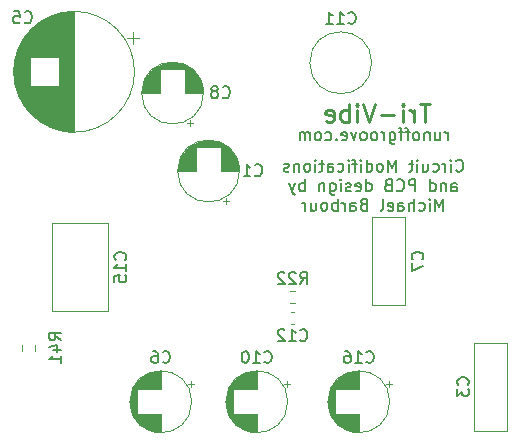
<source format=gbr>
%TF.GenerationSoftware,KiCad,Pcbnew,5.1.9*%
%TF.CreationDate,2021-04-12T02:58:06-04:00*%
%TF.ProjectId,rog_tri-vibe,726f675f-7472-4692-9d76-6962652e6b69,rev?*%
%TF.SameCoordinates,Original*%
%TF.FileFunction,Legend,Bot*%
%TF.FilePolarity,Positive*%
%FSLAX46Y46*%
G04 Gerber Fmt 4.6, Leading zero omitted, Abs format (unit mm)*
G04 Created by KiCad (PCBNEW 5.1.9) date 2021-04-12 02:58:06*
%MOMM*%
%LPD*%
G01*
G04 APERTURE LIST*
%ADD10C,0.150000*%
%ADD11C,0.250000*%
%ADD12C,0.120000*%
G04 APERTURE END LIST*
D10*
X166742190Y-90909142D02*
X166789809Y-90956761D01*
X166932666Y-91004380D01*
X167027904Y-91004380D01*
X167170761Y-90956761D01*
X167266000Y-90861523D01*
X167313619Y-90766285D01*
X167361238Y-90575809D01*
X167361238Y-90432952D01*
X167313619Y-90242476D01*
X167266000Y-90147238D01*
X167170761Y-90052000D01*
X167027904Y-90004380D01*
X166932666Y-90004380D01*
X166789809Y-90052000D01*
X166742190Y-90099619D01*
X166313619Y-91004380D02*
X166313619Y-90337714D01*
X166313619Y-90004380D02*
X166361238Y-90052000D01*
X166313619Y-90099619D01*
X166266000Y-90052000D01*
X166313619Y-90004380D01*
X166313619Y-90099619D01*
X165837428Y-91004380D02*
X165837428Y-90337714D01*
X165837428Y-90528190D02*
X165789809Y-90432952D01*
X165742190Y-90385333D01*
X165646952Y-90337714D01*
X165551714Y-90337714D01*
X164789809Y-90956761D02*
X164885047Y-91004380D01*
X165075523Y-91004380D01*
X165170761Y-90956761D01*
X165218380Y-90909142D01*
X165266000Y-90813904D01*
X165266000Y-90528190D01*
X165218380Y-90432952D01*
X165170761Y-90385333D01*
X165075523Y-90337714D01*
X164885047Y-90337714D01*
X164789809Y-90385333D01*
X163932666Y-90337714D02*
X163932666Y-91004380D01*
X164361238Y-90337714D02*
X164361238Y-90861523D01*
X164313619Y-90956761D01*
X164218380Y-91004380D01*
X164075523Y-91004380D01*
X163980285Y-90956761D01*
X163932666Y-90909142D01*
X163456476Y-91004380D02*
X163456476Y-90337714D01*
X163456476Y-90004380D02*
X163504095Y-90052000D01*
X163456476Y-90099619D01*
X163408857Y-90052000D01*
X163456476Y-90004380D01*
X163456476Y-90099619D01*
X163123142Y-90337714D02*
X162742190Y-90337714D01*
X162980285Y-90004380D02*
X162980285Y-90861523D01*
X162932666Y-90956761D01*
X162837428Y-91004380D01*
X162742190Y-91004380D01*
X161646952Y-91004380D02*
X161646952Y-90004380D01*
X161313619Y-90718666D01*
X160980285Y-90004380D01*
X160980285Y-91004380D01*
X160361238Y-91004380D02*
X160456476Y-90956761D01*
X160504095Y-90909142D01*
X160551714Y-90813904D01*
X160551714Y-90528190D01*
X160504095Y-90432952D01*
X160456476Y-90385333D01*
X160361238Y-90337714D01*
X160218380Y-90337714D01*
X160123142Y-90385333D01*
X160075523Y-90432952D01*
X160027904Y-90528190D01*
X160027904Y-90813904D01*
X160075523Y-90909142D01*
X160123142Y-90956761D01*
X160218380Y-91004380D01*
X160361238Y-91004380D01*
X159170761Y-91004380D02*
X159170761Y-90004380D01*
X159170761Y-90956761D02*
X159266000Y-91004380D01*
X159456476Y-91004380D01*
X159551714Y-90956761D01*
X159599333Y-90909142D01*
X159646952Y-90813904D01*
X159646952Y-90528190D01*
X159599333Y-90432952D01*
X159551714Y-90385333D01*
X159456476Y-90337714D01*
X159266000Y-90337714D01*
X159170761Y-90385333D01*
X158694571Y-91004380D02*
X158694571Y-90337714D01*
X158694571Y-90004380D02*
X158742190Y-90052000D01*
X158694571Y-90099619D01*
X158646952Y-90052000D01*
X158694571Y-90004380D01*
X158694571Y-90099619D01*
X158361238Y-90337714D02*
X157980285Y-90337714D01*
X158218380Y-91004380D02*
X158218380Y-90147238D01*
X158170761Y-90052000D01*
X158075523Y-90004380D01*
X157980285Y-90004380D01*
X157646952Y-91004380D02*
X157646952Y-90337714D01*
X157646952Y-90004380D02*
X157694571Y-90052000D01*
X157646952Y-90099619D01*
X157599333Y-90052000D01*
X157646952Y-90004380D01*
X157646952Y-90099619D01*
X156742190Y-90956761D02*
X156837428Y-91004380D01*
X157027904Y-91004380D01*
X157123142Y-90956761D01*
X157170761Y-90909142D01*
X157218380Y-90813904D01*
X157218380Y-90528190D01*
X157170761Y-90432952D01*
X157123142Y-90385333D01*
X157027904Y-90337714D01*
X156837428Y-90337714D01*
X156742190Y-90385333D01*
X155885047Y-91004380D02*
X155885047Y-90480571D01*
X155932666Y-90385333D01*
X156027904Y-90337714D01*
X156218380Y-90337714D01*
X156313619Y-90385333D01*
X155885047Y-90956761D02*
X155980285Y-91004380D01*
X156218380Y-91004380D01*
X156313619Y-90956761D01*
X156361238Y-90861523D01*
X156361238Y-90766285D01*
X156313619Y-90671047D01*
X156218380Y-90623428D01*
X155980285Y-90623428D01*
X155885047Y-90575809D01*
X155551714Y-90337714D02*
X155170761Y-90337714D01*
X155408857Y-90004380D02*
X155408857Y-90861523D01*
X155361238Y-90956761D01*
X155266000Y-91004380D01*
X155170761Y-91004380D01*
X154837428Y-91004380D02*
X154837428Y-90337714D01*
X154837428Y-90004380D02*
X154885047Y-90052000D01*
X154837428Y-90099619D01*
X154789809Y-90052000D01*
X154837428Y-90004380D01*
X154837428Y-90099619D01*
X154218380Y-91004380D02*
X154313619Y-90956761D01*
X154361238Y-90909142D01*
X154408857Y-90813904D01*
X154408857Y-90528190D01*
X154361238Y-90432952D01*
X154313619Y-90385333D01*
X154218380Y-90337714D01*
X154075523Y-90337714D01*
X153980285Y-90385333D01*
X153932666Y-90432952D01*
X153885047Y-90528190D01*
X153885047Y-90813904D01*
X153932666Y-90909142D01*
X153980285Y-90956761D01*
X154075523Y-91004380D01*
X154218380Y-91004380D01*
X153456476Y-90337714D02*
X153456476Y-91004380D01*
X153456476Y-90432952D02*
X153408857Y-90385333D01*
X153313619Y-90337714D01*
X153170761Y-90337714D01*
X153075523Y-90385333D01*
X153027904Y-90480571D01*
X153027904Y-91004380D01*
X152599333Y-90956761D02*
X152504095Y-91004380D01*
X152313619Y-91004380D01*
X152218380Y-90956761D01*
X152170761Y-90861523D01*
X152170761Y-90813904D01*
X152218380Y-90718666D01*
X152313619Y-90671047D01*
X152456476Y-90671047D01*
X152551714Y-90623428D01*
X152599333Y-90528190D01*
X152599333Y-90480571D01*
X152551714Y-90385333D01*
X152456476Y-90337714D01*
X152313619Y-90337714D01*
X152218380Y-90385333D01*
X166361238Y-92654380D02*
X166361238Y-92130571D01*
X166408857Y-92035333D01*
X166504095Y-91987714D01*
X166694571Y-91987714D01*
X166789809Y-92035333D01*
X166361238Y-92606761D02*
X166456476Y-92654380D01*
X166694571Y-92654380D01*
X166789809Y-92606761D01*
X166837428Y-92511523D01*
X166837428Y-92416285D01*
X166789809Y-92321047D01*
X166694571Y-92273428D01*
X166456476Y-92273428D01*
X166361238Y-92225809D01*
X165885047Y-91987714D02*
X165885047Y-92654380D01*
X165885047Y-92082952D02*
X165837428Y-92035333D01*
X165742190Y-91987714D01*
X165599333Y-91987714D01*
X165504095Y-92035333D01*
X165456476Y-92130571D01*
X165456476Y-92654380D01*
X164551714Y-92654380D02*
X164551714Y-91654380D01*
X164551714Y-92606761D02*
X164646952Y-92654380D01*
X164837428Y-92654380D01*
X164932666Y-92606761D01*
X164980285Y-92559142D01*
X165027904Y-92463904D01*
X165027904Y-92178190D01*
X164980285Y-92082952D01*
X164932666Y-92035333D01*
X164837428Y-91987714D01*
X164646952Y-91987714D01*
X164551714Y-92035333D01*
X163313619Y-92654380D02*
X163313619Y-91654380D01*
X162932666Y-91654380D01*
X162837428Y-91702000D01*
X162789809Y-91749619D01*
X162742190Y-91844857D01*
X162742190Y-91987714D01*
X162789809Y-92082952D01*
X162837428Y-92130571D01*
X162932666Y-92178190D01*
X163313619Y-92178190D01*
X161742190Y-92559142D02*
X161789809Y-92606761D01*
X161932666Y-92654380D01*
X162027904Y-92654380D01*
X162170761Y-92606761D01*
X162266000Y-92511523D01*
X162313619Y-92416285D01*
X162361238Y-92225809D01*
X162361238Y-92082952D01*
X162313619Y-91892476D01*
X162266000Y-91797238D01*
X162170761Y-91702000D01*
X162027904Y-91654380D01*
X161932666Y-91654380D01*
X161789809Y-91702000D01*
X161742190Y-91749619D01*
X160980285Y-92130571D02*
X160837428Y-92178190D01*
X160789809Y-92225809D01*
X160742190Y-92321047D01*
X160742190Y-92463904D01*
X160789809Y-92559142D01*
X160837428Y-92606761D01*
X160932666Y-92654380D01*
X161313619Y-92654380D01*
X161313619Y-91654380D01*
X160980285Y-91654380D01*
X160885047Y-91702000D01*
X160837428Y-91749619D01*
X160789809Y-91844857D01*
X160789809Y-91940095D01*
X160837428Y-92035333D01*
X160885047Y-92082952D01*
X160980285Y-92130571D01*
X161313619Y-92130571D01*
X159123142Y-92654380D02*
X159123142Y-91654380D01*
X159123142Y-92606761D02*
X159218380Y-92654380D01*
X159408857Y-92654380D01*
X159504095Y-92606761D01*
X159551714Y-92559142D01*
X159599333Y-92463904D01*
X159599333Y-92178190D01*
X159551714Y-92082952D01*
X159504095Y-92035333D01*
X159408857Y-91987714D01*
X159218380Y-91987714D01*
X159123142Y-92035333D01*
X158266000Y-92606761D02*
X158361238Y-92654380D01*
X158551714Y-92654380D01*
X158646952Y-92606761D01*
X158694571Y-92511523D01*
X158694571Y-92130571D01*
X158646952Y-92035333D01*
X158551714Y-91987714D01*
X158361238Y-91987714D01*
X158266000Y-92035333D01*
X158218380Y-92130571D01*
X158218380Y-92225809D01*
X158694571Y-92321047D01*
X157837428Y-92606761D02*
X157742190Y-92654380D01*
X157551714Y-92654380D01*
X157456476Y-92606761D01*
X157408857Y-92511523D01*
X157408857Y-92463904D01*
X157456476Y-92368666D01*
X157551714Y-92321047D01*
X157694571Y-92321047D01*
X157789809Y-92273428D01*
X157837428Y-92178190D01*
X157837428Y-92130571D01*
X157789809Y-92035333D01*
X157694571Y-91987714D01*
X157551714Y-91987714D01*
X157456476Y-92035333D01*
X156980285Y-92654380D02*
X156980285Y-91987714D01*
X156980285Y-91654380D02*
X157027904Y-91702000D01*
X156980285Y-91749619D01*
X156932666Y-91702000D01*
X156980285Y-91654380D01*
X156980285Y-91749619D01*
X156075523Y-91987714D02*
X156075523Y-92797238D01*
X156123142Y-92892476D01*
X156170761Y-92940095D01*
X156266000Y-92987714D01*
X156408857Y-92987714D01*
X156504095Y-92940095D01*
X156075523Y-92606761D02*
X156170761Y-92654380D01*
X156361238Y-92654380D01*
X156456476Y-92606761D01*
X156504095Y-92559142D01*
X156551714Y-92463904D01*
X156551714Y-92178190D01*
X156504095Y-92082952D01*
X156456476Y-92035333D01*
X156361238Y-91987714D01*
X156170761Y-91987714D01*
X156075523Y-92035333D01*
X155599333Y-91987714D02*
X155599333Y-92654380D01*
X155599333Y-92082952D02*
X155551714Y-92035333D01*
X155456476Y-91987714D01*
X155313619Y-91987714D01*
X155218380Y-92035333D01*
X155170761Y-92130571D01*
X155170761Y-92654380D01*
X153932666Y-92654380D02*
X153932666Y-91654380D01*
X153932666Y-92035333D02*
X153837428Y-91987714D01*
X153646952Y-91987714D01*
X153551714Y-92035333D01*
X153504095Y-92082952D01*
X153456476Y-92178190D01*
X153456476Y-92463904D01*
X153504095Y-92559142D01*
X153551714Y-92606761D01*
X153646952Y-92654380D01*
X153837428Y-92654380D01*
X153932666Y-92606761D01*
X153123142Y-91987714D02*
X152885047Y-92654380D01*
X152646952Y-91987714D02*
X152885047Y-92654380D01*
X152980285Y-92892476D01*
X153027904Y-92940095D01*
X153123142Y-92987714D01*
X165670761Y-94304380D02*
X165670761Y-93304380D01*
X165337428Y-94018666D01*
X165004095Y-93304380D01*
X165004095Y-94304380D01*
X164527904Y-94304380D02*
X164527904Y-93637714D01*
X164527904Y-93304380D02*
X164575523Y-93352000D01*
X164527904Y-93399619D01*
X164480285Y-93352000D01*
X164527904Y-93304380D01*
X164527904Y-93399619D01*
X163623142Y-94256761D02*
X163718380Y-94304380D01*
X163908857Y-94304380D01*
X164004095Y-94256761D01*
X164051714Y-94209142D01*
X164099333Y-94113904D01*
X164099333Y-93828190D01*
X164051714Y-93732952D01*
X164004095Y-93685333D01*
X163908857Y-93637714D01*
X163718380Y-93637714D01*
X163623142Y-93685333D01*
X163194571Y-94304380D02*
X163194571Y-93304380D01*
X162766000Y-94304380D02*
X162766000Y-93780571D01*
X162813619Y-93685333D01*
X162908857Y-93637714D01*
X163051714Y-93637714D01*
X163146952Y-93685333D01*
X163194571Y-93732952D01*
X161861238Y-94304380D02*
X161861238Y-93780571D01*
X161908857Y-93685333D01*
X162004095Y-93637714D01*
X162194571Y-93637714D01*
X162289809Y-93685333D01*
X161861238Y-94256761D02*
X161956476Y-94304380D01*
X162194571Y-94304380D01*
X162289809Y-94256761D01*
X162337428Y-94161523D01*
X162337428Y-94066285D01*
X162289809Y-93971047D01*
X162194571Y-93923428D01*
X161956476Y-93923428D01*
X161861238Y-93875809D01*
X161004095Y-94256761D02*
X161099333Y-94304380D01*
X161289809Y-94304380D01*
X161385047Y-94256761D01*
X161432666Y-94161523D01*
X161432666Y-93780571D01*
X161385047Y-93685333D01*
X161289809Y-93637714D01*
X161099333Y-93637714D01*
X161004095Y-93685333D01*
X160956476Y-93780571D01*
X160956476Y-93875809D01*
X161432666Y-93971047D01*
X160385047Y-94304380D02*
X160480285Y-94256761D01*
X160527904Y-94161523D01*
X160527904Y-93304380D01*
X158908857Y-93780571D02*
X158766000Y-93828190D01*
X158718380Y-93875809D01*
X158670761Y-93971047D01*
X158670761Y-94113904D01*
X158718380Y-94209142D01*
X158766000Y-94256761D01*
X158861238Y-94304380D01*
X159242190Y-94304380D01*
X159242190Y-93304380D01*
X158908857Y-93304380D01*
X158813619Y-93352000D01*
X158766000Y-93399619D01*
X158718380Y-93494857D01*
X158718380Y-93590095D01*
X158766000Y-93685333D01*
X158813619Y-93732952D01*
X158908857Y-93780571D01*
X159242190Y-93780571D01*
X157813619Y-94304380D02*
X157813619Y-93780571D01*
X157861238Y-93685333D01*
X157956476Y-93637714D01*
X158146952Y-93637714D01*
X158242190Y-93685333D01*
X157813619Y-94256761D02*
X157908857Y-94304380D01*
X158146952Y-94304380D01*
X158242190Y-94256761D01*
X158289809Y-94161523D01*
X158289809Y-94066285D01*
X158242190Y-93971047D01*
X158146952Y-93923428D01*
X157908857Y-93923428D01*
X157813619Y-93875809D01*
X157337428Y-94304380D02*
X157337428Y-93637714D01*
X157337428Y-93828190D02*
X157289809Y-93732952D01*
X157242190Y-93685333D01*
X157146952Y-93637714D01*
X157051714Y-93637714D01*
X156718380Y-94304380D02*
X156718380Y-93304380D01*
X156718380Y-93685333D02*
X156623142Y-93637714D01*
X156432666Y-93637714D01*
X156337428Y-93685333D01*
X156289809Y-93732952D01*
X156242190Y-93828190D01*
X156242190Y-94113904D01*
X156289809Y-94209142D01*
X156337428Y-94256761D01*
X156432666Y-94304380D01*
X156623142Y-94304380D01*
X156718380Y-94256761D01*
X155670761Y-94304380D02*
X155766000Y-94256761D01*
X155813619Y-94209142D01*
X155861238Y-94113904D01*
X155861238Y-93828190D01*
X155813619Y-93732952D01*
X155766000Y-93685333D01*
X155670761Y-93637714D01*
X155527904Y-93637714D01*
X155432666Y-93685333D01*
X155385047Y-93732952D01*
X155337428Y-93828190D01*
X155337428Y-94113904D01*
X155385047Y-94209142D01*
X155432666Y-94256761D01*
X155527904Y-94304380D01*
X155670761Y-94304380D01*
X154480285Y-93637714D02*
X154480285Y-94304380D01*
X154908857Y-93637714D02*
X154908857Y-94161523D01*
X154861238Y-94256761D01*
X154766000Y-94304380D01*
X154623142Y-94304380D01*
X154527904Y-94256761D01*
X154480285Y-94209142D01*
X154004095Y-94304380D02*
X154004095Y-93637714D01*
X154004095Y-93828190D02*
X153956476Y-93732952D01*
X153908857Y-93685333D01*
X153813619Y-93637714D01*
X153718380Y-93637714D01*
X166027904Y-88336380D02*
X166027904Y-87669714D01*
X166027904Y-87860190D02*
X165980285Y-87764952D01*
X165932666Y-87717333D01*
X165837428Y-87669714D01*
X165742190Y-87669714D01*
X164980285Y-87669714D02*
X164980285Y-88336380D01*
X165408857Y-87669714D02*
X165408857Y-88193523D01*
X165361238Y-88288761D01*
X165266000Y-88336380D01*
X165123142Y-88336380D01*
X165027904Y-88288761D01*
X164980285Y-88241142D01*
X164504095Y-87669714D02*
X164504095Y-88336380D01*
X164504095Y-87764952D02*
X164456476Y-87717333D01*
X164361238Y-87669714D01*
X164218380Y-87669714D01*
X164123142Y-87717333D01*
X164075523Y-87812571D01*
X164075523Y-88336380D01*
X163456476Y-88336380D02*
X163551714Y-88288761D01*
X163599333Y-88241142D01*
X163646952Y-88145904D01*
X163646952Y-87860190D01*
X163599333Y-87764952D01*
X163551714Y-87717333D01*
X163456476Y-87669714D01*
X163313619Y-87669714D01*
X163218380Y-87717333D01*
X163170761Y-87764952D01*
X163123142Y-87860190D01*
X163123142Y-88145904D01*
X163170761Y-88241142D01*
X163218380Y-88288761D01*
X163313619Y-88336380D01*
X163456476Y-88336380D01*
X162837428Y-87669714D02*
X162456476Y-87669714D01*
X162694571Y-88336380D02*
X162694571Y-87479238D01*
X162646952Y-87384000D01*
X162551714Y-87336380D01*
X162456476Y-87336380D01*
X162266000Y-87669714D02*
X161885047Y-87669714D01*
X162123142Y-88336380D02*
X162123142Y-87479238D01*
X162075523Y-87384000D01*
X161980285Y-87336380D01*
X161885047Y-87336380D01*
X161123142Y-87669714D02*
X161123142Y-88479238D01*
X161170761Y-88574476D01*
X161218380Y-88622095D01*
X161313619Y-88669714D01*
X161456476Y-88669714D01*
X161551714Y-88622095D01*
X161123142Y-88288761D02*
X161218380Y-88336380D01*
X161408857Y-88336380D01*
X161504095Y-88288761D01*
X161551714Y-88241142D01*
X161599333Y-88145904D01*
X161599333Y-87860190D01*
X161551714Y-87764952D01*
X161504095Y-87717333D01*
X161408857Y-87669714D01*
X161218380Y-87669714D01*
X161123142Y-87717333D01*
X160646952Y-88336380D02*
X160646952Y-87669714D01*
X160646952Y-87860190D02*
X160599333Y-87764952D01*
X160551714Y-87717333D01*
X160456476Y-87669714D01*
X160361238Y-87669714D01*
X159885047Y-88336380D02*
X159980285Y-88288761D01*
X160027904Y-88241142D01*
X160075523Y-88145904D01*
X160075523Y-87860190D01*
X160027904Y-87764952D01*
X159980285Y-87717333D01*
X159885047Y-87669714D01*
X159742190Y-87669714D01*
X159646952Y-87717333D01*
X159599333Y-87764952D01*
X159551714Y-87860190D01*
X159551714Y-88145904D01*
X159599333Y-88241142D01*
X159646952Y-88288761D01*
X159742190Y-88336380D01*
X159885047Y-88336380D01*
X158980285Y-88336380D02*
X159075523Y-88288761D01*
X159123142Y-88241142D01*
X159170761Y-88145904D01*
X159170761Y-87860190D01*
X159123142Y-87764952D01*
X159075523Y-87717333D01*
X158980285Y-87669714D01*
X158837428Y-87669714D01*
X158742190Y-87717333D01*
X158694571Y-87764952D01*
X158646952Y-87860190D01*
X158646952Y-88145904D01*
X158694571Y-88241142D01*
X158742190Y-88288761D01*
X158837428Y-88336380D01*
X158980285Y-88336380D01*
X158313619Y-87669714D02*
X158075523Y-88336380D01*
X157837428Y-87669714D01*
X157075523Y-88288761D02*
X157170761Y-88336380D01*
X157361238Y-88336380D01*
X157456476Y-88288761D01*
X157504095Y-88193523D01*
X157504095Y-87812571D01*
X157456476Y-87717333D01*
X157361238Y-87669714D01*
X157170761Y-87669714D01*
X157075523Y-87717333D01*
X157027904Y-87812571D01*
X157027904Y-87907809D01*
X157504095Y-88003047D01*
X156599333Y-88241142D02*
X156551714Y-88288761D01*
X156599333Y-88336380D01*
X156646952Y-88288761D01*
X156599333Y-88241142D01*
X156599333Y-88336380D01*
X155694571Y-88288761D02*
X155789809Y-88336380D01*
X155980285Y-88336380D01*
X156075523Y-88288761D01*
X156123142Y-88241142D01*
X156170761Y-88145904D01*
X156170761Y-87860190D01*
X156123142Y-87764952D01*
X156075523Y-87717333D01*
X155980285Y-87669714D01*
X155789809Y-87669714D01*
X155694571Y-87717333D01*
X155123142Y-88336380D02*
X155218380Y-88288761D01*
X155266000Y-88241142D01*
X155313619Y-88145904D01*
X155313619Y-87860190D01*
X155266000Y-87764952D01*
X155218380Y-87717333D01*
X155123142Y-87669714D01*
X154980285Y-87669714D01*
X154885047Y-87717333D01*
X154837428Y-87764952D01*
X154789809Y-87860190D01*
X154789809Y-88145904D01*
X154837428Y-88241142D01*
X154885047Y-88288761D01*
X154980285Y-88336380D01*
X155123142Y-88336380D01*
X154361238Y-88336380D02*
X154361238Y-87669714D01*
X154361238Y-87764952D02*
X154313619Y-87717333D01*
X154218380Y-87669714D01*
X154075523Y-87669714D01*
X153980285Y-87717333D01*
X153932666Y-87812571D01*
X153932666Y-88336380D01*
X153932666Y-87812571D02*
X153885047Y-87717333D01*
X153789809Y-87669714D01*
X153646952Y-87669714D01*
X153551714Y-87717333D01*
X153504095Y-87812571D01*
X153504095Y-88336380D01*
D11*
X164520000Y-85284571D02*
X163662857Y-85284571D01*
X164091428Y-86784571D02*
X164091428Y-85284571D01*
X163162857Y-86784571D02*
X163162857Y-85784571D01*
X163162857Y-86070285D02*
X163091428Y-85927428D01*
X163020000Y-85856000D01*
X162877142Y-85784571D01*
X162734285Y-85784571D01*
X162234285Y-86784571D02*
X162234285Y-85784571D01*
X162234285Y-85284571D02*
X162305714Y-85356000D01*
X162234285Y-85427428D01*
X162162857Y-85356000D01*
X162234285Y-85284571D01*
X162234285Y-85427428D01*
X161520000Y-86213142D02*
X160377142Y-86213142D01*
X159877142Y-85284571D02*
X159377142Y-86784571D01*
X158877142Y-85284571D01*
X158377142Y-86784571D02*
X158377142Y-85784571D01*
X158377142Y-85284571D02*
X158448571Y-85356000D01*
X158377142Y-85427428D01*
X158305714Y-85356000D01*
X158377142Y-85284571D01*
X158377142Y-85427428D01*
X157662857Y-86784571D02*
X157662857Y-85284571D01*
X157662857Y-85856000D02*
X157520000Y-85784571D01*
X157234285Y-85784571D01*
X157091428Y-85856000D01*
X157020000Y-85927428D01*
X156948571Y-86070285D01*
X156948571Y-86498857D01*
X157020000Y-86641714D01*
X157091428Y-86713142D01*
X157234285Y-86784571D01*
X157520000Y-86784571D01*
X157662857Y-86713142D01*
X155734285Y-86713142D02*
X155877142Y-86784571D01*
X156162857Y-86784571D01*
X156305714Y-86713142D01*
X156377142Y-86570285D01*
X156377142Y-85998857D01*
X156305714Y-85856000D01*
X156162857Y-85784571D01*
X155877142Y-85784571D01*
X155734285Y-85856000D01*
X155662857Y-85998857D01*
X155662857Y-86141714D01*
X156377142Y-86284571D01*
D12*
%TO.C,C16*%
X161066775Y-108765000D02*
X161066775Y-109265000D01*
X161316775Y-109015000D02*
X160816775Y-109015000D01*
X155911000Y-110206000D02*
X155911000Y-110774000D01*
X155951000Y-109972000D02*
X155951000Y-111008000D01*
X155991000Y-109813000D02*
X155991000Y-111167000D01*
X156031000Y-109685000D02*
X156031000Y-111295000D01*
X156071000Y-109575000D02*
X156071000Y-111405000D01*
X156111000Y-109479000D02*
X156111000Y-111501000D01*
X156151000Y-109392000D02*
X156151000Y-111588000D01*
X156191000Y-109312000D02*
X156191000Y-111668000D01*
X156231000Y-109239000D02*
X156231000Y-111741000D01*
X156271000Y-109171000D02*
X156271000Y-111809000D01*
X156311000Y-109107000D02*
X156311000Y-111873000D01*
X156351000Y-109047000D02*
X156351000Y-111933000D01*
X156391000Y-108990000D02*
X156391000Y-111990000D01*
X156431000Y-108936000D02*
X156431000Y-112044000D01*
X156471000Y-108885000D02*
X156471000Y-112095000D01*
X156511000Y-111530000D02*
X156511000Y-112143000D01*
X156511000Y-108837000D02*
X156511000Y-109450000D01*
X156551000Y-111530000D02*
X156551000Y-112189000D01*
X156551000Y-108791000D02*
X156551000Y-109450000D01*
X156591000Y-111530000D02*
X156591000Y-112233000D01*
X156591000Y-108747000D02*
X156591000Y-109450000D01*
X156631000Y-111530000D02*
X156631000Y-112275000D01*
X156631000Y-108705000D02*
X156631000Y-109450000D01*
X156671000Y-111530000D02*
X156671000Y-112316000D01*
X156671000Y-108664000D02*
X156671000Y-109450000D01*
X156711000Y-111530000D02*
X156711000Y-112354000D01*
X156711000Y-108626000D02*
X156711000Y-109450000D01*
X156751000Y-111530000D02*
X156751000Y-112391000D01*
X156751000Y-108589000D02*
X156751000Y-109450000D01*
X156791000Y-111530000D02*
X156791000Y-112427000D01*
X156791000Y-108553000D02*
X156791000Y-109450000D01*
X156831000Y-111530000D02*
X156831000Y-112461000D01*
X156831000Y-108519000D02*
X156831000Y-109450000D01*
X156871000Y-111530000D02*
X156871000Y-112494000D01*
X156871000Y-108486000D02*
X156871000Y-109450000D01*
X156911000Y-111530000D02*
X156911000Y-112525000D01*
X156911000Y-108455000D02*
X156911000Y-109450000D01*
X156951000Y-111530000D02*
X156951000Y-112555000D01*
X156951000Y-108425000D02*
X156951000Y-109450000D01*
X156991000Y-111530000D02*
X156991000Y-112585000D01*
X156991000Y-108395000D02*
X156991000Y-109450000D01*
X157031000Y-111530000D02*
X157031000Y-112612000D01*
X157031000Y-108368000D02*
X157031000Y-109450000D01*
X157071000Y-111530000D02*
X157071000Y-112639000D01*
X157071000Y-108341000D02*
X157071000Y-109450000D01*
X157111000Y-111530000D02*
X157111000Y-112665000D01*
X157111000Y-108315000D02*
X157111000Y-109450000D01*
X157151000Y-111530000D02*
X157151000Y-112690000D01*
X157151000Y-108290000D02*
X157151000Y-109450000D01*
X157191000Y-111530000D02*
X157191000Y-112714000D01*
X157191000Y-108266000D02*
X157191000Y-109450000D01*
X157231000Y-111530000D02*
X157231000Y-112737000D01*
X157231000Y-108243000D02*
X157231000Y-109450000D01*
X157271000Y-111530000D02*
X157271000Y-112758000D01*
X157271000Y-108222000D02*
X157271000Y-109450000D01*
X157311000Y-111530000D02*
X157311000Y-112780000D01*
X157311000Y-108200000D02*
X157311000Y-109450000D01*
X157351000Y-111530000D02*
X157351000Y-112800000D01*
X157351000Y-108180000D02*
X157351000Y-109450000D01*
X157391000Y-111530000D02*
X157391000Y-112819000D01*
X157391000Y-108161000D02*
X157391000Y-109450000D01*
X157431000Y-111530000D02*
X157431000Y-112838000D01*
X157431000Y-108142000D02*
X157431000Y-109450000D01*
X157471000Y-111530000D02*
X157471000Y-112855000D01*
X157471000Y-108125000D02*
X157471000Y-109450000D01*
X157511000Y-111530000D02*
X157511000Y-112872000D01*
X157511000Y-108108000D02*
X157511000Y-109450000D01*
X157551000Y-111530000D02*
X157551000Y-112888000D01*
X157551000Y-108092000D02*
X157551000Y-109450000D01*
X157591000Y-111530000D02*
X157591000Y-112904000D01*
X157591000Y-108076000D02*
X157591000Y-109450000D01*
X157631000Y-111530000D02*
X157631000Y-112918000D01*
X157631000Y-108062000D02*
X157631000Y-109450000D01*
X157671000Y-111530000D02*
X157671000Y-112932000D01*
X157671000Y-108048000D02*
X157671000Y-109450000D01*
X157711000Y-111530000D02*
X157711000Y-112945000D01*
X157711000Y-108035000D02*
X157711000Y-109450000D01*
X157751000Y-111530000D02*
X157751000Y-112958000D01*
X157751000Y-108022000D02*
X157751000Y-109450000D01*
X157791000Y-111530000D02*
X157791000Y-112970000D01*
X157791000Y-108010000D02*
X157791000Y-109450000D01*
X157832000Y-111530000D02*
X157832000Y-112981000D01*
X157832000Y-107999000D02*
X157832000Y-109450000D01*
X157872000Y-111530000D02*
X157872000Y-112991000D01*
X157872000Y-107989000D02*
X157872000Y-109450000D01*
X157912000Y-111530000D02*
X157912000Y-113001000D01*
X157912000Y-107979000D02*
X157912000Y-109450000D01*
X157952000Y-111530000D02*
X157952000Y-113010000D01*
X157952000Y-107970000D02*
X157952000Y-109450000D01*
X157992000Y-111530000D02*
X157992000Y-113018000D01*
X157992000Y-107962000D02*
X157992000Y-109450000D01*
X158032000Y-111530000D02*
X158032000Y-113026000D01*
X158032000Y-107954000D02*
X158032000Y-109450000D01*
X158072000Y-111530000D02*
X158072000Y-113033000D01*
X158072000Y-107947000D02*
X158072000Y-109450000D01*
X158112000Y-111530000D02*
X158112000Y-113040000D01*
X158112000Y-107940000D02*
X158112000Y-109450000D01*
X158152000Y-111530000D02*
X158152000Y-113046000D01*
X158152000Y-107934000D02*
X158152000Y-109450000D01*
X158192000Y-111530000D02*
X158192000Y-113051000D01*
X158192000Y-107929000D02*
X158192000Y-109450000D01*
X158232000Y-111530000D02*
X158232000Y-113055000D01*
X158232000Y-107925000D02*
X158232000Y-109450000D01*
X158272000Y-111530000D02*
X158272000Y-113059000D01*
X158272000Y-107921000D02*
X158272000Y-109450000D01*
X158312000Y-111530000D02*
X158312000Y-113063000D01*
X158312000Y-107917000D02*
X158312000Y-109450000D01*
X158352000Y-111530000D02*
X158352000Y-113066000D01*
X158352000Y-107914000D02*
X158352000Y-109450000D01*
X158392000Y-111530000D02*
X158392000Y-113068000D01*
X158392000Y-107912000D02*
X158392000Y-109450000D01*
X158432000Y-111530000D02*
X158432000Y-113069000D01*
X158432000Y-107911000D02*
X158432000Y-109450000D01*
X158472000Y-107910000D02*
X158472000Y-109450000D01*
X158472000Y-111530000D02*
X158472000Y-113070000D01*
X158512000Y-107910000D02*
X158512000Y-109450000D01*
X158512000Y-111530000D02*
X158512000Y-113070000D01*
X161132000Y-110490000D02*
G75*
G03*
X161132000Y-110490000I-2620000J0D01*
G01*
%TO.C,R41*%
X131078500Y-105680742D02*
X131078500Y-106155258D01*
X130033500Y-105680742D02*
X130033500Y-106155258D01*
%TO.C,R22*%
X152670742Y-101077500D02*
X153145258Y-101077500D01*
X152670742Y-102122500D02*
X153145258Y-102122500D01*
%TO.C,C15*%
X137244000Y-102820000D02*
X137244000Y-95380000D01*
X132504000Y-102820000D02*
X132504000Y-95380000D01*
X137244000Y-102820000D02*
X132504000Y-102820000D01*
X137244000Y-95380000D02*
X132504000Y-95380000D01*
%TO.C,C12*%
X152767420Y-102868000D02*
X153048580Y-102868000D01*
X152767420Y-103888000D02*
X153048580Y-103888000D01*
%TO.C,C11*%
X159608000Y-81788000D02*
G75*
G03*
X159608000Y-81788000I-2620000J0D01*
G01*
%TO.C,C10*%
X152430775Y-108765000D02*
X152430775Y-109265000D01*
X152680775Y-109015000D02*
X152180775Y-109015000D01*
X147275000Y-110206000D02*
X147275000Y-110774000D01*
X147315000Y-109972000D02*
X147315000Y-111008000D01*
X147355000Y-109813000D02*
X147355000Y-111167000D01*
X147395000Y-109685000D02*
X147395000Y-111295000D01*
X147435000Y-109575000D02*
X147435000Y-111405000D01*
X147475000Y-109479000D02*
X147475000Y-111501000D01*
X147515000Y-109392000D02*
X147515000Y-111588000D01*
X147555000Y-109312000D02*
X147555000Y-111668000D01*
X147595000Y-109239000D02*
X147595000Y-111741000D01*
X147635000Y-109171000D02*
X147635000Y-111809000D01*
X147675000Y-109107000D02*
X147675000Y-111873000D01*
X147715000Y-109047000D02*
X147715000Y-111933000D01*
X147755000Y-108990000D02*
X147755000Y-111990000D01*
X147795000Y-108936000D02*
X147795000Y-112044000D01*
X147835000Y-108885000D02*
X147835000Y-112095000D01*
X147875000Y-111530000D02*
X147875000Y-112143000D01*
X147875000Y-108837000D02*
X147875000Y-109450000D01*
X147915000Y-111530000D02*
X147915000Y-112189000D01*
X147915000Y-108791000D02*
X147915000Y-109450000D01*
X147955000Y-111530000D02*
X147955000Y-112233000D01*
X147955000Y-108747000D02*
X147955000Y-109450000D01*
X147995000Y-111530000D02*
X147995000Y-112275000D01*
X147995000Y-108705000D02*
X147995000Y-109450000D01*
X148035000Y-111530000D02*
X148035000Y-112316000D01*
X148035000Y-108664000D02*
X148035000Y-109450000D01*
X148075000Y-111530000D02*
X148075000Y-112354000D01*
X148075000Y-108626000D02*
X148075000Y-109450000D01*
X148115000Y-111530000D02*
X148115000Y-112391000D01*
X148115000Y-108589000D02*
X148115000Y-109450000D01*
X148155000Y-111530000D02*
X148155000Y-112427000D01*
X148155000Y-108553000D02*
X148155000Y-109450000D01*
X148195000Y-111530000D02*
X148195000Y-112461000D01*
X148195000Y-108519000D02*
X148195000Y-109450000D01*
X148235000Y-111530000D02*
X148235000Y-112494000D01*
X148235000Y-108486000D02*
X148235000Y-109450000D01*
X148275000Y-111530000D02*
X148275000Y-112525000D01*
X148275000Y-108455000D02*
X148275000Y-109450000D01*
X148315000Y-111530000D02*
X148315000Y-112555000D01*
X148315000Y-108425000D02*
X148315000Y-109450000D01*
X148355000Y-111530000D02*
X148355000Y-112585000D01*
X148355000Y-108395000D02*
X148355000Y-109450000D01*
X148395000Y-111530000D02*
X148395000Y-112612000D01*
X148395000Y-108368000D02*
X148395000Y-109450000D01*
X148435000Y-111530000D02*
X148435000Y-112639000D01*
X148435000Y-108341000D02*
X148435000Y-109450000D01*
X148475000Y-111530000D02*
X148475000Y-112665000D01*
X148475000Y-108315000D02*
X148475000Y-109450000D01*
X148515000Y-111530000D02*
X148515000Y-112690000D01*
X148515000Y-108290000D02*
X148515000Y-109450000D01*
X148555000Y-111530000D02*
X148555000Y-112714000D01*
X148555000Y-108266000D02*
X148555000Y-109450000D01*
X148595000Y-111530000D02*
X148595000Y-112737000D01*
X148595000Y-108243000D02*
X148595000Y-109450000D01*
X148635000Y-111530000D02*
X148635000Y-112758000D01*
X148635000Y-108222000D02*
X148635000Y-109450000D01*
X148675000Y-111530000D02*
X148675000Y-112780000D01*
X148675000Y-108200000D02*
X148675000Y-109450000D01*
X148715000Y-111530000D02*
X148715000Y-112800000D01*
X148715000Y-108180000D02*
X148715000Y-109450000D01*
X148755000Y-111530000D02*
X148755000Y-112819000D01*
X148755000Y-108161000D02*
X148755000Y-109450000D01*
X148795000Y-111530000D02*
X148795000Y-112838000D01*
X148795000Y-108142000D02*
X148795000Y-109450000D01*
X148835000Y-111530000D02*
X148835000Y-112855000D01*
X148835000Y-108125000D02*
X148835000Y-109450000D01*
X148875000Y-111530000D02*
X148875000Y-112872000D01*
X148875000Y-108108000D02*
X148875000Y-109450000D01*
X148915000Y-111530000D02*
X148915000Y-112888000D01*
X148915000Y-108092000D02*
X148915000Y-109450000D01*
X148955000Y-111530000D02*
X148955000Y-112904000D01*
X148955000Y-108076000D02*
X148955000Y-109450000D01*
X148995000Y-111530000D02*
X148995000Y-112918000D01*
X148995000Y-108062000D02*
X148995000Y-109450000D01*
X149035000Y-111530000D02*
X149035000Y-112932000D01*
X149035000Y-108048000D02*
X149035000Y-109450000D01*
X149075000Y-111530000D02*
X149075000Y-112945000D01*
X149075000Y-108035000D02*
X149075000Y-109450000D01*
X149115000Y-111530000D02*
X149115000Y-112958000D01*
X149115000Y-108022000D02*
X149115000Y-109450000D01*
X149155000Y-111530000D02*
X149155000Y-112970000D01*
X149155000Y-108010000D02*
X149155000Y-109450000D01*
X149196000Y-111530000D02*
X149196000Y-112981000D01*
X149196000Y-107999000D02*
X149196000Y-109450000D01*
X149236000Y-111530000D02*
X149236000Y-112991000D01*
X149236000Y-107989000D02*
X149236000Y-109450000D01*
X149276000Y-111530000D02*
X149276000Y-113001000D01*
X149276000Y-107979000D02*
X149276000Y-109450000D01*
X149316000Y-111530000D02*
X149316000Y-113010000D01*
X149316000Y-107970000D02*
X149316000Y-109450000D01*
X149356000Y-111530000D02*
X149356000Y-113018000D01*
X149356000Y-107962000D02*
X149356000Y-109450000D01*
X149396000Y-111530000D02*
X149396000Y-113026000D01*
X149396000Y-107954000D02*
X149396000Y-109450000D01*
X149436000Y-111530000D02*
X149436000Y-113033000D01*
X149436000Y-107947000D02*
X149436000Y-109450000D01*
X149476000Y-111530000D02*
X149476000Y-113040000D01*
X149476000Y-107940000D02*
X149476000Y-109450000D01*
X149516000Y-111530000D02*
X149516000Y-113046000D01*
X149516000Y-107934000D02*
X149516000Y-109450000D01*
X149556000Y-111530000D02*
X149556000Y-113051000D01*
X149556000Y-107929000D02*
X149556000Y-109450000D01*
X149596000Y-111530000D02*
X149596000Y-113055000D01*
X149596000Y-107925000D02*
X149596000Y-109450000D01*
X149636000Y-111530000D02*
X149636000Y-113059000D01*
X149636000Y-107921000D02*
X149636000Y-109450000D01*
X149676000Y-111530000D02*
X149676000Y-113063000D01*
X149676000Y-107917000D02*
X149676000Y-109450000D01*
X149716000Y-111530000D02*
X149716000Y-113066000D01*
X149716000Y-107914000D02*
X149716000Y-109450000D01*
X149756000Y-111530000D02*
X149756000Y-113068000D01*
X149756000Y-107912000D02*
X149756000Y-109450000D01*
X149796000Y-111530000D02*
X149796000Y-113069000D01*
X149796000Y-107911000D02*
X149796000Y-109450000D01*
X149836000Y-107910000D02*
X149836000Y-109450000D01*
X149836000Y-111530000D02*
X149836000Y-113070000D01*
X149876000Y-107910000D02*
X149876000Y-109450000D01*
X149876000Y-111530000D02*
X149876000Y-113070000D01*
X152496000Y-110490000D02*
G75*
G03*
X152496000Y-110490000I-2620000J0D01*
G01*
%TO.C,C8*%
X144473000Y-86898775D02*
X143973000Y-86898775D01*
X144223000Y-87148775D02*
X144223000Y-86648775D01*
X143032000Y-81743000D02*
X142464000Y-81743000D01*
X143266000Y-81783000D02*
X142230000Y-81783000D01*
X143425000Y-81823000D02*
X142071000Y-81823000D01*
X143553000Y-81863000D02*
X141943000Y-81863000D01*
X143663000Y-81903000D02*
X141833000Y-81903000D01*
X143759000Y-81943000D02*
X141737000Y-81943000D01*
X143846000Y-81983000D02*
X141650000Y-81983000D01*
X143926000Y-82023000D02*
X141570000Y-82023000D01*
X143999000Y-82063000D02*
X141497000Y-82063000D01*
X144067000Y-82103000D02*
X141429000Y-82103000D01*
X144131000Y-82143000D02*
X141365000Y-82143000D01*
X144191000Y-82183000D02*
X141305000Y-82183000D01*
X144248000Y-82223000D02*
X141248000Y-82223000D01*
X144302000Y-82263000D02*
X141194000Y-82263000D01*
X144353000Y-82303000D02*
X141143000Y-82303000D01*
X141708000Y-82343000D02*
X141095000Y-82343000D01*
X144401000Y-82343000D02*
X143788000Y-82343000D01*
X141708000Y-82383000D02*
X141049000Y-82383000D01*
X144447000Y-82383000D02*
X143788000Y-82383000D01*
X141708000Y-82423000D02*
X141005000Y-82423000D01*
X144491000Y-82423000D02*
X143788000Y-82423000D01*
X141708000Y-82463000D02*
X140963000Y-82463000D01*
X144533000Y-82463000D02*
X143788000Y-82463000D01*
X141708000Y-82503000D02*
X140922000Y-82503000D01*
X144574000Y-82503000D02*
X143788000Y-82503000D01*
X141708000Y-82543000D02*
X140884000Y-82543000D01*
X144612000Y-82543000D02*
X143788000Y-82543000D01*
X141708000Y-82583000D02*
X140847000Y-82583000D01*
X144649000Y-82583000D02*
X143788000Y-82583000D01*
X141708000Y-82623000D02*
X140811000Y-82623000D01*
X144685000Y-82623000D02*
X143788000Y-82623000D01*
X141708000Y-82663000D02*
X140777000Y-82663000D01*
X144719000Y-82663000D02*
X143788000Y-82663000D01*
X141708000Y-82703000D02*
X140744000Y-82703000D01*
X144752000Y-82703000D02*
X143788000Y-82703000D01*
X141708000Y-82743000D02*
X140713000Y-82743000D01*
X144783000Y-82743000D02*
X143788000Y-82743000D01*
X141708000Y-82783000D02*
X140683000Y-82783000D01*
X144813000Y-82783000D02*
X143788000Y-82783000D01*
X141708000Y-82823000D02*
X140653000Y-82823000D01*
X144843000Y-82823000D02*
X143788000Y-82823000D01*
X141708000Y-82863000D02*
X140626000Y-82863000D01*
X144870000Y-82863000D02*
X143788000Y-82863000D01*
X141708000Y-82903000D02*
X140599000Y-82903000D01*
X144897000Y-82903000D02*
X143788000Y-82903000D01*
X141708000Y-82943000D02*
X140573000Y-82943000D01*
X144923000Y-82943000D02*
X143788000Y-82943000D01*
X141708000Y-82983000D02*
X140548000Y-82983000D01*
X144948000Y-82983000D02*
X143788000Y-82983000D01*
X141708000Y-83023000D02*
X140524000Y-83023000D01*
X144972000Y-83023000D02*
X143788000Y-83023000D01*
X141708000Y-83063000D02*
X140501000Y-83063000D01*
X144995000Y-83063000D02*
X143788000Y-83063000D01*
X141708000Y-83103000D02*
X140480000Y-83103000D01*
X145016000Y-83103000D02*
X143788000Y-83103000D01*
X141708000Y-83143000D02*
X140458000Y-83143000D01*
X145038000Y-83143000D02*
X143788000Y-83143000D01*
X141708000Y-83183000D02*
X140438000Y-83183000D01*
X145058000Y-83183000D02*
X143788000Y-83183000D01*
X141708000Y-83223000D02*
X140419000Y-83223000D01*
X145077000Y-83223000D02*
X143788000Y-83223000D01*
X141708000Y-83263000D02*
X140400000Y-83263000D01*
X145096000Y-83263000D02*
X143788000Y-83263000D01*
X141708000Y-83303000D02*
X140383000Y-83303000D01*
X145113000Y-83303000D02*
X143788000Y-83303000D01*
X141708000Y-83343000D02*
X140366000Y-83343000D01*
X145130000Y-83343000D02*
X143788000Y-83343000D01*
X141708000Y-83383000D02*
X140350000Y-83383000D01*
X145146000Y-83383000D02*
X143788000Y-83383000D01*
X141708000Y-83423000D02*
X140334000Y-83423000D01*
X145162000Y-83423000D02*
X143788000Y-83423000D01*
X141708000Y-83463000D02*
X140320000Y-83463000D01*
X145176000Y-83463000D02*
X143788000Y-83463000D01*
X141708000Y-83503000D02*
X140306000Y-83503000D01*
X145190000Y-83503000D02*
X143788000Y-83503000D01*
X141708000Y-83543000D02*
X140293000Y-83543000D01*
X145203000Y-83543000D02*
X143788000Y-83543000D01*
X141708000Y-83583000D02*
X140280000Y-83583000D01*
X145216000Y-83583000D02*
X143788000Y-83583000D01*
X141708000Y-83623000D02*
X140268000Y-83623000D01*
X145228000Y-83623000D02*
X143788000Y-83623000D01*
X141708000Y-83664000D02*
X140257000Y-83664000D01*
X145239000Y-83664000D02*
X143788000Y-83664000D01*
X141708000Y-83704000D02*
X140247000Y-83704000D01*
X145249000Y-83704000D02*
X143788000Y-83704000D01*
X141708000Y-83744000D02*
X140237000Y-83744000D01*
X145259000Y-83744000D02*
X143788000Y-83744000D01*
X141708000Y-83784000D02*
X140228000Y-83784000D01*
X145268000Y-83784000D02*
X143788000Y-83784000D01*
X141708000Y-83824000D02*
X140220000Y-83824000D01*
X145276000Y-83824000D02*
X143788000Y-83824000D01*
X141708000Y-83864000D02*
X140212000Y-83864000D01*
X145284000Y-83864000D02*
X143788000Y-83864000D01*
X141708000Y-83904000D02*
X140205000Y-83904000D01*
X145291000Y-83904000D02*
X143788000Y-83904000D01*
X141708000Y-83944000D02*
X140198000Y-83944000D01*
X145298000Y-83944000D02*
X143788000Y-83944000D01*
X141708000Y-83984000D02*
X140192000Y-83984000D01*
X145304000Y-83984000D02*
X143788000Y-83984000D01*
X141708000Y-84024000D02*
X140187000Y-84024000D01*
X145309000Y-84024000D02*
X143788000Y-84024000D01*
X141708000Y-84064000D02*
X140183000Y-84064000D01*
X145313000Y-84064000D02*
X143788000Y-84064000D01*
X141708000Y-84104000D02*
X140179000Y-84104000D01*
X145317000Y-84104000D02*
X143788000Y-84104000D01*
X141708000Y-84144000D02*
X140175000Y-84144000D01*
X145321000Y-84144000D02*
X143788000Y-84144000D01*
X141708000Y-84184000D02*
X140172000Y-84184000D01*
X145324000Y-84184000D02*
X143788000Y-84184000D01*
X141708000Y-84224000D02*
X140170000Y-84224000D01*
X145326000Y-84224000D02*
X143788000Y-84224000D01*
X141708000Y-84264000D02*
X140169000Y-84264000D01*
X145327000Y-84264000D02*
X143788000Y-84264000D01*
X145328000Y-84304000D02*
X143788000Y-84304000D01*
X141708000Y-84304000D02*
X140168000Y-84304000D01*
X145328000Y-84344000D02*
X143788000Y-84344000D01*
X141708000Y-84344000D02*
X140168000Y-84344000D01*
X145368000Y-84344000D02*
G75*
G03*
X145368000Y-84344000I-2620000J0D01*
G01*
%TO.C,C7*%
X162406000Y-102312000D02*
X162406000Y-94872000D01*
X159666000Y-102312000D02*
X159666000Y-94872000D01*
X162406000Y-102312000D02*
X159666000Y-102312000D01*
X162406000Y-94872000D02*
X159666000Y-94872000D01*
%TO.C,C6*%
X144302775Y-108765000D02*
X144302775Y-109265000D01*
X144552775Y-109015000D02*
X144052775Y-109015000D01*
X139147000Y-110206000D02*
X139147000Y-110774000D01*
X139187000Y-109972000D02*
X139187000Y-111008000D01*
X139227000Y-109813000D02*
X139227000Y-111167000D01*
X139267000Y-109685000D02*
X139267000Y-111295000D01*
X139307000Y-109575000D02*
X139307000Y-111405000D01*
X139347000Y-109479000D02*
X139347000Y-111501000D01*
X139387000Y-109392000D02*
X139387000Y-111588000D01*
X139427000Y-109312000D02*
X139427000Y-111668000D01*
X139467000Y-109239000D02*
X139467000Y-111741000D01*
X139507000Y-109171000D02*
X139507000Y-111809000D01*
X139547000Y-109107000D02*
X139547000Y-111873000D01*
X139587000Y-109047000D02*
X139587000Y-111933000D01*
X139627000Y-108990000D02*
X139627000Y-111990000D01*
X139667000Y-108936000D02*
X139667000Y-112044000D01*
X139707000Y-108885000D02*
X139707000Y-112095000D01*
X139747000Y-111530000D02*
X139747000Y-112143000D01*
X139747000Y-108837000D02*
X139747000Y-109450000D01*
X139787000Y-111530000D02*
X139787000Y-112189000D01*
X139787000Y-108791000D02*
X139787000Y-109450000D01*
X139827000Y-111530000D02*
X139827000Y-112233000D01*
X139827000Y-108747000D02*
X139827000Y-109450000D01*
X139867000Y-111530000D02*
X139867000Y-112275000D01*
X139867000Y-108705000D02*
X139867000Y-109450000D01*
X139907000Y-111530000D02*
X139907000Y-112316000D01*
X139907000Y-108664000D02*
X139907000Y-109450000D01*
X139947000Y-111530000D02*
X139947000Y-112354000D01*
X139947000Y-108626000D02*
X139947000Y-109450000D01*
X139987000Y-111530000D02*
X139987000Y-112391000D01*
X139987000Y-108589000D02*
X139987000Y-109450000D01*
X140027000Y-111530000D02*
X140027000Y-112427000D01*
X140027000Y-108553000D02*
X140027000Y-109450000D01*
X140067000Y-111530000D02*
X140067000Y-112461000D01*
X140067000Y-108519000D02*
X140067000Y-109450000D01*
X140107000Y-111530000D02*
X140107000Y-112494000D01*
X140107000Y-108486000D02*
X140107000Y-109450000D01*
X140147000Y-111530000D02*
X140147000Y-112525000D01*
X140147000Y-108455000D02*
X140147000Y-109450000D01*
X140187000Y-111530000D02*
X140187000Y-112555000D01*
X140187000Y-108425000D02*
X140187000Y-109450000D01*
X140227000Y-111530000D02*
X140227000Y-112585000D01*
X140227000Y-108395000D02*
X140227000Y-109450000D01*
X140267000Y-111530000D02*
X140267000Y-112612000D01*
X140267000Y-108368000D02*
X140267000Y-109450000D01*
X140307000Y-111530000D02*
X140307000Y-112639000D01*
X140307000Y-108341000D02*
X140307000Y-109450000D01*
X140347000Y-111530000D02*
X140347000Y-112665000D01*
X140347000Y-108315000D02*
X140347000Y-109450000D01*
X140387000Y-111530000D02*
X140387000Y-112690000D01*
X140387000Y-108290000D02*
X140387000Y-109450000D01*
X140427000Y-111530000D02*
X140427000Y-112714000D01*
X140427000Y-108266000D02*
X140427000Y-109450000D01*
X140467000Y-111530000D02*
X140467000Y-112737000D01*
X140467000Y-108243000D02*
X140467000Y-109450000D01*
X140507000Y-111530000D02*
X140507000Y-112758000D01*
X140507000Y-108222000D02*
X140507000Y-109450000D01*
X140547000Y-111530000D02*
X140547000Y-112780000D01*
X140547000Y-108200000D02*
X140547000Y-109450000D01*
X140587000Y-111530000D02*
X140587000Y-112800000D01*
X140587000Y-108180000D02*
X140587000Y-109450000D01*
X140627000Y-111530000D02*
X140627000Y-112819000D01*
X140627000Y-108161000D02*
X140627000Y-109450000D01*
X140667000Y-111530000D02*
X140667000Y-112838000D01*
X140667000Y-108142000D02*
X140667000Y-109450000D01*
X140707000Y-111530000D02*
X140707000Y-112855000D01*
X140707000Y-108125000D02*
X140707000Y-109450000D01*
X140747000Y-111530000D02*
X140747000Y-112872000D01*
X140747000Y-108108000D02*
X140747000Y-109450000D01*
X140787000Y-111530000D02*
X140787000Y-112888000D01*
X140787000Y-108092000D02*
X140787000Y-109450000D01*
X140827000Y-111530000D02*
X140827000Y-112904000D01*
X140827000Y-108076000D02*
X140827000Y-109450000D01*
X140867000Y-111530000D02*
X140867000Y-112918000D01*
X140867000Y-108062000D02*
X140867000Y-109450000D01*
X140907000Y-111530000D02*
X140907000Y-112932000D01*
X140907000Y-108048000D02*
X140907000Y-109450000D01*
X140947000Y-111530000D02*
X140947000Y-112945000D01*
X140947000Y-108035000D02*
X140947000Y-109450000D01*
X140987000Y-111530000D02*
X140987000Y-112958000D01*
X140987000Y-108022000D02*
X140987000Y-109450000D01*
X141027000Y-111530000D02*
X141027000Y-112970000D01*
X141027000Y-108010000D02*
X141027000Y-109450000D01*
X141068000Y-111530000D02*
X141068000Y-112981000D01*
X141068000Y-107999000D02*
X141068000Y-109450000D01*
X141108000Y-111530000D02*
X141108000Y-112991000D01*
X141108000Y-107989000D02*
X141108000Y-109450000D01*
X141148000Y-111530000D02*
X141148000Y-113001000D01*
X141148000Y-107979000D02*
X141148000Y-109450000D01*
X141188000Y-111530000D02*
X141188000Y-113010000D01*
X141188000Y-107970000D02*
X141188000Y-109450000D01*
X141228000Y-111530000D02*
X141228000Y-113018000D01*
X141228000Y-107962000D02*
X141228000Y-109450000D01*
X141268000Y-111530000D02*
X141268000Y-113026000D01*
X141268000Y-107954000D02*
X141268000Y-109450000D01*
X141308000Y-111530000D02*
X141308000Y-113033000D01*
X141308000Y-107947000D02*
X141308000Y-109450000D01*
X141348000Y-111530000D02*
X141348000Y-113040000D01*
X141348000Y-107940000D02*
X141348000Y-109450000D01*
X141388000Y-111530000D02*
X141388000Y-113046000D01*
X141388000Y-107934000D02*
X141388000Y-109450000D01*
X141428000Y-111530000D02*
X141428000Y-113051000D01*
X141428000Y-107929000D02*
X141428000Y-109450000D01*
X141468000Y-111530000D02*
X141468000Y-113055000D01*
X141468000Y-107925000D02*
X141468000Y-109450000D01*
X141508000Y-111530000D02*
X141508000Y-113059000D01*
X141508000Y-107921000D02*
X141508000Y-109450000D01*
X141548000Y-111530000D02*
X141548000Y-113063000D01*
X141548000Y-107917000D02*
X141548000Y-109450000D01*
X141588000Y-111530000D02*
X141588000Y-113066000D01*
X141588000Y-107914000D02*
X141588000Y-109450000D01*
X141628000Y-111530000D02*
X141628000Y-113068000D01*
X141628000Y-107912000D02*
X141628000Y-109450000D01*
X141668000Y-111530000D02*
X141668000Y-113069000D01*
X141668000Y-107911000D02*
X141668000Y-109450000D01*
X141708000Y-107910000D02*
X141708000Y-109450000D01*
X141708000Y-111530000D02*
X141708000Y-113070000D01*
X141748000Y-107910000D02*
X141748000Y-109450000D01*
X141748000Y-111530000D02*
X141748000Y-113070000D01*
X144368000Y-110490000D02*
G75*
G03*
X144368000Y-110490000I-2620000J0D01*
G01*
%TO.C,C5*%
X139526000Y-82550000D02*
G75*
G03*
X139526000Y-82550000I-5120000J0D01*
G01*
X134406000Y-77470000D02*
X134406000Y-87630000D01*
X134366000Y-77470000D02*
X134366000Y-87630000D01*
X134326000Y-77470000D02*
X134326000Y-87630000D01*
X134286000Y-77471000D02*
X134286000Y-87629000D01*
X134246000Y-77472000D02*
X134246000Y-87628000D01*
X134206000Y-77473000D02*
X134206000Y-87627000D01*
X134166000Y-77475000D02*
X134166000Y-87625000D01*
X134126000Y-77477000D02*
X134126000Y-87623000D01*
X134086000Y-77480000D02*
X134086000Y-87620000D01*
X134046000Y-77482000D02*
X134046000Y-87618000D01*
X134006000Y-77485000D02*
X134006000Y-87615000D01*
X133966000Y-77488000D02*
X133966000Y-87612000D01*
X133926000Y-77492000D02*
X133926000Y-87608000D01*
X133886000Y-77496000D02*
X133886000Y-87604000D01*
X133846000Y-77500000D02*
X133846000Y-87600000D01*
X133806000Y-77505000D02*
X133806000Y-87595000D01*
X133766000Y-77510000D02*
X133766000Y-87590000D01*
X133726000Y-77515000D02*
X133726000Y-87585000D01*
X133685000Y-77520000D02*
X133685000Y-87580000D01*
X133645000Y-77526000D02*
X133645000Y-87574000D01*
X133605000Y-77532000D02*
X133605000Y-87568000D01*
X133565000Y-77539000D02*
X133565000Y-87561000D01*
X133525000Y-77546000D02*
X133525000Y-87554000D01*
X133485000Y-77553000D02*
X133485000Y-87547000D01*
X133445000Y-77560000D02*
X133445000Y-87540000D01*
X133405000Y-77568000D02*
X133405000Y-87532000D01*
X133365000Y-77576000D02*
X133365000Y-87524000D01*
X133325000Y-77585000D02*
X133325000Y-87515000D01*
X133285000Y-77594000D02*
X133285000Y-87506000D01*
X133245000Y-77603000D02*
X133245000Y-87497000D01*
X133205000Y-77612000D02*
X133205000Y-87488000D01*
X133165000Y-77622000D02*
X133165000Y-87478000D01*
X133125000Y-77632000D02*
X133125000Y-81309000D01*
X133125000Y-83791000D02*
X133125000Y-87468000D01*
X133085000Y-77643000D02*
X133085000Y-81309000D01*
X133085000Y-83791000D02*
X133085000Y-87457000D01*
X133045000Y-77653000D02*
X133045000Y-81309000D01*
X133045000Y-83791000D02*
X133045000Y-87447000D01*
X133005000Y-77665000D02*
X133005000Y-81309000D01*
X133005000Y-83791000D02*
X133005000Y-87435000D01*
X132965000Y-77676000D02*
X132965000Y-81309000D01*
X132965000Y-83791000D02*
X132965000Y-87424000D01*
X132925000Y-77688000D02*
X132925000Y-81309000D01*
X132925000Y-83791000D02*
X132925000Y-87412000D01*
X132885000Y-77700000D02*
X132885000Y-81309000D01*
X132885000Y-83791000D02*
X132885000Y-87400000D01*
X132845000Y-77713000D02*
X132845000Y-81309000D01*
X132845000Y-83791000D02*
X132845000Y-87387000D01*
X132805000Y-77726000D02*
X132805000Y-81309000D01*
X132805000Y-83791000D02*
X132805000Y-87374000D01*
X132765000Y-77739000D02*
X132765000Y-81309000D01*
X132765000Y-83791000D02*
X132765000Y-87361000D01*
X132725000Y-77753000D02*
X132725000Y-81309000D01*
X132725000Y-83791000D02*
X132725000Y-87347000D01*
X132685000Y-77767000D02*
X132685000Y-81309000D01*
X132685000Y-83791000D02*
X132685000Y-87333000D01*
X132645000Y-77782000D02*
X132645000Y-81309000D01*
X132645000Y-83791000D02*
X132645000Y-87318000D01*
X132605000Y-77796000D02*
X132605000Y-81309000D01*
X132605000Y-83791000D02*
X132605000Y-87304000D01*
X132565000Y-77812000D02*
X132565000Y-81309000D01*
X132565000Y-83791000D02*
X132565000Y-87288000D01*
X132525000Y-77827000D02*
X132525000Y-81309000D01*
X132525000Y-83791000D02*
X132525000Y-87273000D01*
X132485000Y-77843000D02*
X132485000Y-81309000D01*
X132485000Y-83791000D02*
X132485000Y-87257000D01*
X132445000Y-77860000D02*
X132445000Y-81309000D01*
X132445000Y-83791000D02*
X132445000Y-87240000D01*
X132405000Y-77876000D02*
X132405000Y-81309000D01*
X132405000Y-83791000D02*
X132405000Y-87224000D01*
X132365000Y-77893000D02*
X132365000Y-81309000D01*
X132365000Y-83791000D02*
X132365000Y-87207000D01*
X132325000Y-77911000D02*
X132325000Y-81309000D01*
X132325000Y-83791000D02*
X132325000Y-87189000D01*
X132285000Y-77929000D02*
X132285000Y-81309000D01*
X132285000Y-83791000D02*
X132285000Y-87171000D01*
X132245000Y-77947000D02*
X132245000Y-81309000D01*
X132245000Y-83791000D02*
X132245000Y-87153000D01*
X132205000Y-77966000D02*
X132205000Y-81309000D01*
X132205000Y-83791000D02*
X132205000Y-87134000D01*
X132165000Y-77986000D02*
X132165000Y-81309000D01*
X132165000Y-83791000D02*
X132165000Y-87114000D01*
X132125000Y-78005000D02*
X132125000Y-81309000D01*
X132125000Y-83791000D02*
X132125000Y-87095000D01*
X132085000Y-78025000D02*
X132085000Y-81309000D01*
X132085000Y-83791000D02*
X132085000Y-87075000D01*
X132045000Y-78046000D02*
X132045000Y-81309000D01*
X132045000Y-83791000D02*
X132045000Y-87054000D01*
X132005000Y-78067000D02*
X132005000Y-81309000D01*
X132005000Y-83791000D02*
X132005000Y-87033000D01*
X131965000Y-78088000D02*
X131965000Y-81309000D01*
X131965000Y-83791000D02*
X131965000Y-87012000D01*
X131925000Y-78110000D02*
X131925000Y-81309000D01*
X131925000Y-83791000D02*
X131925000Y-86990000D01*
X131885000Y-78133000D02*
X131885000Y-81309000D01*
X131885000Y-83791000D02*
X131885000Y-86967000D01*
X131845000Y-78155000D02*
X131845000Y-81309000D01*
X131845000Y-83791000D02*
X131845000Y-86945000D01*
X131805000Y-78179000D02*
X131805000Y-81309000D01*
X131805000Y-83791000D02*
X131805000Y-86921000D01*
X131765000Y-78203000D02*
X131765000Y-81309000D01*
X131765000Y-83791000D02*
X131765000Y-86897000D01*
X131725000Y-78227000D02*
X131725000Y-81309000D01*
X131725000Y-83791000D02*
X131725000Y-86873000D01*
X131685000Y-78252000D02*
X131685000Y-81309000D01*
X131685000Y-83791000D02*
X131685000Y-86848000D01*
X131645000Y-78277000D02*
X131645000Y-81309000D01*
X131645000Y-83791000D02*
X131645000Y-86823000D01*
X131605000Y-78303000D02*
X131605000Y-81309000D01*
X131605000Y-83791000D02*
X131605000Y-86797000D01*
X131565000Y-78329000D02*
X131565000Y-81309000D01*
X131565000Y-83791000D02*
X131565000Y-86771000D01*
X131525000Y-78356000D02*
X131525000Y-81309000D01*
X131525000Y-83791000D02*
X131525000Y-86744000D01*
X131485000Y-78384000D02*
X131485000Y-81309000D01*
X131485000Y-83791000D02*
X131485000Y-86716000D01*
X131445000Y-78412000D02*
X131445000Y-81309000D01*
X131445000Y-83791000D02*
X131445000Y-86688000D01*
X131405000Y-78440000D02*
X131405000Y-81309000D01*
X131405000Y-83791000D02*
X131405000Y-86660000D01*
X131365000Y-78470000D02*
X131365000Y-81309000D01*
X131365000Y-83791000D02*
X131365000Y-86630000D01*
X131325000Y-78500000D02*
X131325000Y-81309000D01*
X131325000Y-83791000D02*
X131325000Y-86600000D01*
X131285000Y-78530000D02*
X131285000Y-81309000D01*
X131285000Y-83791000D02*
X131285000Y-86570000D01*
X131245000Y-78561000D02*
X131245000Y-81309000D01*
X131245000Y-83791000D02*
X131245000Y-86539000D01*
X131205000Y-78593000D02*
X131205000Y-81309000D01*
X131205000Y-83791000D02*
X131205000Y-86507000D01*
X131165000Y-78625000D02*
X131165000Y-81309000D01*
X131165000Y-83791000D02*
X131165000Y-86475000D01*
X131125000Y-78658000D02*
X131125000Y-81309000D01*
X131125000Y-83791000D02*
X131125000Y-86442000D01*
X131085000Y-78692000D02*
X131085000Y-81309000D01*
X131085000Y-83791000D02*
X131085000Y-86408000D01*
X131045000Y-78726000D02*
X131045000Y-81309000D01*
X131045000Y-83791000D02*
X131045000Y-86374000D01*
X131005000Y-78761000D02*
X131005000Y-81309000D01*
X131005000Y-83791000D02*
X131005000Y-86339000D01*
X130965000Y-78797000D02*
X130965000Y-81309000D01*
X130965000Y-83791000D02*
X130965000Y-86303000D01*
X130925000Y-78834000D02*
X130925000Y-81309000D01*
X130925000Y-83791000D02*
X130925000Y-86266000D01*
X130885000Y-78871000D02*
X130885000Y-81309000D01*
X130885000Y-83791000D02*
X130885000Y-86229000D01*
X130845000Y-78910000D02*
X130845000Y-81309000D01*
X130845000Y-83791000D02*
X130845000Y-86190000D01*
X130805000Y-78949000D02*
X130805000Y-81309000D01*
X130805000Y-83791000D02*
X130805000Y-86151000D01*
X130765000Y-78989000D02*
X130765000Y-81309000D01*
X130765000Y-83791000D02*
X130765000Y-86111000D01*
X130725000Y-79030000D02*
X130725000Y-81309000D01*
X130725000Y-83791000D02*
X130725000Y-86070000D01*
X130685000Y-79072000D02*
X130685000Y-81309000D01*
X130685000Y-83791000D02*
X130685000Y-86028000D01*
X130645000Y-79114000D02*
X130645000Y-85986000D01*
X130605000Y-79158000D02*
X130605000Y-85942000D01*
X130565000Y-79203000D02*
X130565000Y-85897000D01*
X130525000Y-79249000D02*
X130525000Y-85851000D01*
X130485000Y-79296000D02*
X130485000Y-85804000D01*
X130445000Y-79344000D02*
X130445000Y-85756000D01*
X130405000Y-79394000D02*
X130405000Y-85706000D01*
X130365000Y-79444000D02*
X130365000Y-85656000D01*
X130325000Y-79496000D02*
X130325000Y-85604000D01*
X130285000Y-79550000D02*
X130285000Y-85550000D01*
X130245000Y-79605000D02*
X130245000Y-85495000D01*
X130205000Y-79661000D02*
X130205000Y-85439000D01*
X130165000Y-79720000D02*
X130165000Y-85380000D01*
X130125000Y-79780000D02*
X130125000Y-85320000D01*
X130085000Y-79841000D02*
X130085000Y-85259000D01*
X130045000Y-79905000D02*
X130045000Y-85195000D01*
X130005000Y-79971000D02*
X130005000Y-85129000D01*
X129965000Y-80040000D02*
X129965000Y-85060000D01*
X129925000Y-80111000D02*
X129925000Y-84989000D01*
X129885000Y-80185000D02*
X129885000Y-84915000D01*
X129845000Y-80261000D02*
X129845000Y-84839000D01*
X129805000Y-80341000D02*
X129805000Y-84759000D01*
X129765000Y-80425000D02*
X129765000Y-84675000D01*
X129725000Y-80513000D02*
X129725000Y-84587000D01*
X129685000Y-80606000D02*
X129685000Y-84494000D01*
X129645000Y-80704000D02*
X129645000Y-84396000D01*
X129605000Y-80808000D02*
X129605000Y-84292000D01*
X129565000Y-80920000D02*
X129565000Y-84180000D01*
X129525000Y-81040000D02*
X129525000Y-84060000D01*
X129485000Y-81172000D02*
X129485000Y-83928000D01*
X129445000Y-81320000D02*
X129445000Y-83780000D01*
X129405000Y-81488000D02*
X129405000Y-83612000D01*
X129365000Y-81688000D02*
X129365000Y-83412000D01*
X129325000Y-81951000D02*
X129325000Y-83149000D01*
X139885646Y-79675000D02*
X138885646Y-79675000D01*
X139385646Y-79175000D02*
X139385646Y-80175000D01*
%TO.C,C3*%
X171042000Y-105540000D02*
X168302000Y-105540000D01*
X171042000Y-112980000D02*
X168302000Y-112980000D01*
X168302000Y-112980000D02*
X168302000Y-105540000D01*
X171042000Y-112980000D02*
X171042000Y-105540000D01*
%TO.C,C1*%
X147521000Y-93502775D02*
X147021000Y-93502775D01*
X147271000Y-93752775D02*
X147271000Y-93252775D01*
X146080000Y-88347000D02*
X145512000Y-88347000D01*
X146314000Y-88387000D02*
X145278000Y-88387000D01*
X146473000Y-88427000D02*
X145119000Y-88427000D01*
X146601000Y-88467000D02*
X144991000Y-88467000D01*
X146711000Y-88507000D02*
X144881000Y-88507000D01*
X146807000Y-88547000D02*
X144785000Y-88547000D01*
X146894000Y-88587000D02*
X144698000Y-88587000D01*
X146974000Y-88627000D02*
X144618000Y-88627000D01*
X147047000Y-88667000D02*
X144545000Y-88667000D01*
X147115000Y-88707000D02*
X144477000Y-88707000D01*
X147179000Y-88747000D02*
X144413000Y-88747000D01*
X147239000Y-88787000D02*
X144353000Y-88787000D01*
X147296000Y-88827000D02*
X144296000Y-88827000D01*
X147350000Y-88867000D02*
X144242000Y-88867000D01*
X147401000Y-88907000D02*
X144191000Y-88907000D01*
X144756000Y-88947000D02*
X144143000Y-88947000D01*
X147449000Y-88947000D02*
X146836000Y-88947000D01*
X144756000Y-88987000D02*
X144097000Y-88987000D01*
X147495000Y-88987000D02*
X146836000Y-88987000D01*
X144756000Y-89027000D02*
X144053000Y-89027000D01*
X147539000Y-89027000D02*
X146836000Y-89027000D01*
X144756000Y-89067000D02*
X144011000Y-89067000D01*
X147581000Y-89067000D02*
X146836000Y-89067000D01*
X144756000Y-89107000D02*
X143970000Y-89107000D01*
X147622000Y-89107000D02*
X146836000Y-89107000D01*
X144756000Y-89147000D02*
X143932000Y-89147000D01*
X147660000Y-89147000D02*
X146836000Y-89147000D01*
X144756000Y-89187000D02*
X143895000Y-89187000D01*
X147697000Y-89187000D02*
X146836000Y-89187000D01*
X144756000Y-89227000D02*
X143859000Y-89227000D01*
X147733000Y-89227000D02*
X146836000Y-89227000D01*
X144756000Y-89267000D02*
X143825000Y-89267000D01*
X147767000Y-89267000D02*
X146836000Y-89267000D01*
X144756000Y-89307000D02*
X143792000Y-89307000D01*
X147800000Y-89307000D02*
X146836000Y-89307000D01*
X144756000Y-89347000D02*
X143761000Y-89347000D01*
X147831000Y-89347000D02*
X146836000Y-89347000D01*
X144756000Y-89387000D02*
X143731000Y-89387000D01*
X147861000Y-89387000D02*
X146836000Y-89387000D01*
X144756000Y-89427000D02*
X143701000Y-89427000D01*
X147891000Y-89427000D02*
X146836000Y-89427000D01*
X144756000Y-89467000D02*
X143674000Y-89467000D01*
X147918000Y-89467000D02*
X146836000Y-89467000D01*
X144756000Y-89507000D02*
X143647000Y-89507000D01*
X147945000Y-89507000D02*
X146836000Y-89507000D01*
X144756000Y-89547000D02*
X143621000Y-89547000D01*
X147971000Y-89547000D02*
X146836000Y-89547000D01*
X144756000Y-89587000D02*
X143596000Y-89587000D01*
X147996000Y-89587000D02*
X146836000Y-89587000D01*
X144756000Y-89627000D02*
X143572000Y-89627000D01*
X148020000Y-89627000D02*
X146836000Y-89627000D01*
X144756000Y-89667000D02*
X143549000Y-89667000D01*
X148043000Y-89667000D02*
X146836000Y-89667000D01*
X144756000Y-89707000D02*
X143528000Y-89707000D01*
X148064000Y-89707000D02*
X146836000Y-89707000D01*
X144756000Y-89747000D02*
X143506000Y-89747000D01*
X148086000Y-89747000D02*
X146836000Y-89747000D01*
X144756000Y-89787000D02*
X143486000Y-89787000D01*
X148106000Y-89787000D02*
X146836000Y-89787000D01*
X144756000Y-89827000D02*
X143467000Y-89827000D01*
X148125000Y-89827000D02*
X146836000Y-89827000D01*
X144756000Y-89867000D02*
X143448000Y-89867000D01*
X148144000Y-89867000D02*
X146836000Y-89867000D01*
X144756000Y-89907000D02*
X143431000Y-89907000D01*
X148161000Y-89907000D02*
X146836000Y-89907000D01*
X144756000Y-89947000D02*
X143414000Y-89947000D01*
X148178000Y-89947000D02*
X146836000Y-89947000D01*
X144756000Y-89987000D02*
X143398000Y-89987000D01*
X148194000Y-89987000D02*
X146836000Y-89987000D01*
X144756000Y-90027000D02*
X143382000Y-90027000D01*
X148210000Y-90027000D02*
X146836000Y-90027000D01*
X144756000Y-90067000D02*
X143368000Y-90067000D01*
X148224000Y-90067000D02*
X146836000Y-90067000D01*
X144756000Y-90107000D02*
X143354000Y-90107000D01*
X148238000Y-90107000D02*
X146836000Y-90107000D01*
X144756000Y-90147000D02*
X143341000Y-90147000D01*
X148251000Y-90147000D02*
X146836000Y-90147000D01*
X144756000Y-90187000D02*
X143328000Y-90187000D01*
X148264000Y-90187000D02*
X146836000Y-90187000D01*
X144756000Y-90227000D02*
X143316000Y-90227000D01*
X148276000Y-90227000D02*
X146836000Y-90227000D01*
X144756000Y-90268000D02*
X143305000Y-90268000D01*
X148287000Y-90268000D02*
X146836000Y-90268000D01*
X144756000Y-90308000D02*
X143295000Y-90308000D01*
X148297000Y-90308000D02*
X146836000Y-90308000D01*
X144756000Y-90348000D02*
X143285000Y-90348000D01*
X148307000Y-90348000D02*
X146836000Y-90348000D01*
X144756000Y-90388000D02*
X143276000Y-90388000D01*
X148316000Y-90388000D02*
X146836000Y-90388000D01*
X144756000Y-90428000D02*
X143268000Y-90428000D01*
X148324000Y-90428000D02*
X146836000Y-90428000D01*
X144756000Y-90468000D02*
X143260000Y-90468000D01*
X148332000Y-90468000D02*
X146836000Y-90468000D01*
X144756000Y-90508000D02*
X143253000Y-90508000D01*
X148339000Y-90508000D02*
X146836000Y-90508000D01*
X144756000Y-90548000D02*
X143246000Y-90548000D01*
X148346000Y-90548000D02*
X146836000Y-90548000D01*
X144756000Y-90588000D02*
X143240000Y-90588000D01*
X148352000Y-90588000D02*
X146836000Y-90588000D01*
X144756000Y-90628000D02*
X143235000Y-90628000D01*
X148357000Y-90628000D02*
X146836000Y-90628000D01*
X144756000Y-90668000D02*
X143231000Y-90668000D01*
X148361000Y-90668000D02*
X146836000Y-90668000D01*
X144756000Y-90708000D02*
X143227000Y-90708000D01*
X148365000Y-90708000D02*
X146836000Y-90708000D01*
X144756000Y-90748000D02*
X143223000Y-90748000D01*
X148369000Y-90748000D02*
X146836000Y-90748000D01*
X144756000Y-90788000D02*
X143220000Y-90788000D01*
X148372000Y-90788000D02*
X146836000Y-90788000D01*
X144756000Y-90828000D02*
X143218000Y-90828000D01*
X148374000Y-90828000D02*
X146836000Y-90828000D01*
X144756000Y-90868000D02*
X143217000Y-90868000D01*
X148375000Y-90868000D02*
X146836000Y-90868000D01*
X148376000Y-90908000D02*
X146836000Y-90908000D01*
X144756000Y-90908000D02*
X143216000Y-90908000D01*
X148376000Y-90948000D02*
X146836000Y-90948000D01*
X144756000Y-90948000D02*
X143216000Y-90948000D01*
X148416000Y-90948000D02*
G75*
G03*
X148416000Y-90948000I-2620000J0D01*
G01*
%TO.C,C16*%
D10*
X159154857Y-107097142D02*
X159202476Y-107144761D01*
X159345333Y-107192380D01*
X159440571Y-107192380D01*
X159583428Y-107144761D01*
X159678666Y-107049523D01*
X159726285Y-106954285D01*
X159773904Y-106763809D01*
X159773904Y-106620952D01*
X159726285Y-106430476D01*
X159678666Y-106335238D01*
X159583428Y-106240000D01*
X159440571Y-106192380D01*
X159345333Y-106192380D01*
X159202476Y-106240000D01*
X159154857Y-106287619D01*
X158202476Y-107192380D02*
X158773904Y-107192380D01*
X158488190Y-107192380D02*
X158488190Y-106192380D01*
X158583428Y-106335238D01*
X158678666Y-106430476D01*
X158773904Y-106478095D01*
X157345333Y-106192380D02*
X157535809Y-106192380D01*
X157631047Y-106240000D01*
X157678666Y-106287619D01*
X157773904Y-106430476D01*
X157821523Y-106620952D01*
X157821523Y-107001904D01*
X157773904Y-107097142D01*
X157726285Y-107144761D01*
X157631047Y-107192380D01*
X157440571Y-107192380D01*
X157345333Y-107144761D01*
X157297714Y-107097142D01*
X157250095Y-107001904D01*
X157250095Y-106763809D01*
X157297714Y-106668571D01*
X157345333Y-106620952D01*
X157440571Y-106573333D01*
X157631047Y-106573333D01*
X157726285Y-106620952D01*
X157773904Y-106668571D01*
X157821523Y-106763809D01*
%TO.C,R41*%
X133294380Y-105275142D02*
X132818190Y-104941809D01*
X133294380Y-104703714D02*
X132294380Y-104703714D01*
X132294380Y-105084666D01*
X132342000Y-105179904D01*
X132389619Y-105227523D01*
X132484857Y-105275142D01*
X132627714Y-105275142D01*
X132722952Y-105227523D01*
X132770571Y-105179904D01*
X132818190Y-105084666D01*
X132818190Y-104703714D01*
X132627714Y-106132285D02*
X133294380Y-106132285D01*
X132246761Y-105894190D02*
X132961047Y-105656095D01*
X132961047Y-106275142D01*
X133294380Y-107179904D02*
X133294380Y-106608476D01*
X133294380Y-106894190D02*
X132294380Y-106894190D01*
X132437238Y-106798952D01*
X132532476Y-106703714D01*
X132580095Y-106608476D01*
%TO.C,R22*%
X153550857Y-100528380D02*
X153884190Y-100052190D01*
X154122285Y-100528380D02*
X154122285Y-99528380D01*
X153741333Y-99528380D01*
X153646095Y-99576000D01*
X153598476Y-99623619D01*
X153550857Y-99718857D01*
X153550857Y-99861714D01*
X153598476Y-99956952D01*
X153646095Y-100004571D01*
X153741333Y-100052190D01*
X154122285Y-100052190D01*
X153169904Y-99623619D02*
X153122285Y-99576000D01*
X153027047Y-99528380D01*
X152788952Y-99528380D01*
X152693714Y-99576000D01*
X152646095Y-99623619D01*
X152598476Y-99718857D01*
X152598476Y-99814095D01*
X152646095Y-99956952D01*
X153217523Y-100528380D01*
X152598476Y-100528380D01*
X152217523Y-99623619D02*
X152169904Y-99576000D01*
X152074666Y-99528380D01*
X151836571Y-99528380D01*
X151741333Y-99576000D01*
X151693714Y-99623619D01*
X151646095Y-99718857D01*
X151646095Y-99814095D01*
X151693714Y-99956952D01*
X152265142Y-100528380D01*
X151646095Y-100528380D01*
%TO.C,C15*%
X138731142Y-98457142D02*
X138778761Y-98409523D01*
X138826380Y-98266666D01*
X138826380Y-98171428D01*
X138778761Y-98028571D01*
X138683523Y-97933333D01*
X138588285Y-97885714D01*
X138397809Y-97838095D01*
X138254952Y-97838095D01*
X138064476Y-97885714D01*
X137969238Y-97933333D01*
X137874000Y-98028571D01*
X137826380Y-98171428D01*
X137826380Y-98266666D01*
X137874000Y-98409523D01*
X137921619Y-98457142D01*
X138826380Y-99409523D02*
X138826380Y-98838095D01*
X138826380Y-99123809D02*
X137826380Y-99123809D01*
X137969238Y-99028571D01*
X138064476Y-98933333D01*
X138112095Y-98838095D01*
X137826380Y-100314285D02*
X137826380Y-99838095D01*
X138302571Y-99790476D01*
X138254952Y-99838095D01*
X138207333Y-99933333D01*
X138207333Y-100171428D01*
X138254952Y-100266666D01*
X138302571Y-100314285D01*
X138397809Y-100361904D01*
X138635904Y-100361904D01*
X138731142Y-100314285D01*
X138778761Y-100266666D01*
X138826380Y-100171428D01*
X138826380Y-99933333D01*
X138778761Y-99838095D01*
X138731142Y-99790476D01*
%TO.C,C12*%
X153550857Y-105259142D02*
X153598476Y-105306761D01*
X153741333Y-105354380D01*
X153836571Y-105354380D01*
X153979428Y-105306761D01*
X154074666Y-105211523D01*
X154122285Y-105116285D01*
X154169904Y-104925809D01*
X154169904Y-104782952D01*
X154122285Y-104592476D01*
X154074666Y-104497238D01*
X153979428Y-104402000D01*
X153836571Y-104354380D01*
X153741333Y-104354380D01*
X153598476Y-104402000D01*
X153550857Y-104449619D01*
X152598476Y-105354380D02*
X153169904Y-105354380D01*
X152884190Y-105354380D02*
X152884190Y-104354380D01*
X152979428Y-104497238D01*
X153074666Y-104592476D01*
X153169904Y-104640095D01*
X152217523Y-104449619D02*
X152169904Y-104402000D01*
X152074666Y-104354380D01*
X151836571Y-104354380D01*
X151741333Y-104402000D01*
X151693714Y-104449619D01*
X151646095Y-104544857D01*
X151646095Y-104640095D01*
X151693714Y-104782952D01*
X152265142Y-105354380D01*
X151646095Y-105354380D01*
%TO.C,C11*%
X157630857Y-78395142D02*
X157678476Y-78442761D01*
X157821333Y-78490380D01*
X157916571Y-78490380D01*
X158059428Y-78442761D01*
X158154666Y-78347523D01*
X158202285Y-78252285D01*
X158249904Y-78061809D01*
X158249904Y-77918952D01*
X158202285Y-77728476D01*
X158154666Y-77633238D01*
X158059428Y-77538000D01*
X157916571Y-77490380D01*
X157821333Y-77490380D01*
X157678476Y-77538000D01*
X157630857Y-77585619D01*
X156678476Y-78490380D02*
X157249904Y-78490380D01*
X156964190Y-78490380D02*
X156964190Y-77490380D01*
X157059428Y-77633238D01*
X157154666Y-77728476D01*
X157249904Y-77776095D01*
X155726095Y-78490380D02*
X156297523Y-78490380D01*
X156011809Y-78490380D02*
X156011809Y-77490380D01*
X156107047Y-77633238D01*
X156202285Y-77728476D01*
X156297523Y-77776095D01*
%TO.C,C10*%
X150518857Y-107097142D02*
X150566476Y-107144761D01*
X150709333Y-107192380D01*
X150804571Y-107192380D01*
X150947428Y-107144761D01*
X151042666Y-107049523D01*
X151090285Y-106954285D01*
X151137904Y-106763809D01*
X151137904Y-106620952D01*
X151090285Y-106430476D01*
X151042666Y-106335238D01*
X150947428Y-106240000D01*
X150804571Y-106192380D01*
X150709333Y-106192380D01*
X150566476Y-106240000D01*
X150518857Y-106287619D01*
X149566476Y-107192380D02*
X150137904Y-107192380D01*
X149852190Y-107192380D02*
X149852190Y-106192380D01*
X149947428Y-106335238D01*
X150042666Y-106430476D01*
X150137904Y-106478095D01*
X148947428Y-106192380D02*
X148852190Y-106192380D01*
X148756952Y-106240000D01*
X148709333Y-106287619D01*
X148661714Y-106382857D01*
X148614095Y-106573333D01*
X148614095Y-106811428D01*
X148661714Y-107001904D01*
X148709333Y-107097142D01*
X148756952Y-107144761D01*
X148852190Y-107192380D01*
X148947428Y-107192380D01*
X149042666Y-107144761D01*
X149090285Y-107097142D01*
X149137904Y-107001904D01*
X149185523Y-106811428D01*
X149185523Y-106573333D01*
X149137904Y-106382857D01*
X149090285Y-106287619D01*
X149042666Y-106240000D01*
X148947428Y-106192380D01*
%TO.C,C8*%
X146978666Y-84685142D02*
X147026285Y-84732761D01*
X147169142Y-84780380D01*
X147264380Y-84780380D01*
X147407238Y-84732761D01*
X147502476Y-84637523D01*
X147550095Y-84542285D01*
X147597714Y-84351809D01*
X147597714Y-84208952D01*
X147550095Y-84018476D01*
X147502476Y-83923238D01*
X147407238Y-83828000D01*
X147264380Y-83780380D01*
X147169142Y-83780380D01*
X147026285Y-83828000D01*
X146978666Y-83875619D01*
X146407238Y-84208952D02*
X146502476Y-84161333D01*
X146550095Y-84113714D01*
X146597714Y-84018476D01*
X146597714Y-83970857D01*
X146550095Y-83875619D01*
X146502476Y-83828000D01*
X146407238Y-83780380D01*
X146216761Y-83780380D01*
X146121523Y-83828000D01*
X146073904Y-83875619D01*
X146026285Y-83970857D01*
X146026285Y-84018476D01*
X146073904Y-84113714D01*
X146121523Y-84161333D01*
X146216761Y-84208952D01*
X146407238Y-84208952D01*
X146502476Y-84256571D01*
X146550095Y-84304190D01*
X146597714Y-84399428D01*
X146597714Y-84589904D01*
X146550095Y-84685142D01*
X146502476Y-84732761D01*
X146407238Y-84780380D01*
X146216761Y-84780380D01*
X146121523Y-84732761D01*
X146073904Y-84685142D01*
X146026285Y-84589904D01*
X146026285Y-84399428D01*
X146073904Y-84304190D01*
X146121523Y-84256571D01*
X146216761Y-84208952D01*
%TO.C,C7*%
X163893142Y-98425333D02*
X163940761Y-98377714D01*
X163988380Y-98234857D01*
X163988380Y-98139619D01*
X163940761Y-97996761D01*
X163845523Y-97901523D01*
X163750285Y-97853904D01*
X163559809Y-97806285D01*
X163416952Y-97806285D01*
X163226476Y-97853904D01*
X163131238Y-97901523D01*
X163036000Y-97996761D01*
X162988380Y-98139619D01*
X162988380Y-98234857D01*
X163036000Y-98377714D01*
X163083619Y-98425333D01*
X162988380Y-98758666D02*
X162988380Y-99425333D01*
X163988380Y-98996761D01*
%TO.C,C6*%
X141914666Y-107097142D02*
X141962285Y-107144761D01*
X142105142Y-107192380D01*
X142200380Y-107192380D01*
X142343238Y-107144761D01*
X142438476Y-107049523D01*
X142486095Y-106954285D01*
X142533714Y-106763809D01*
X142533714Y-106620952D01*
X142486095Y-106430476D01*
X142438476Y-106335238D01*
X142343238Y-106240000D01*
X142200380Y-106192380D01*
X142105142Y-106192380D01*
X141962285Y-106240000D01*
X141914666Y-106287619D01*
X141057523Y-106192380D02*
X141248000Y-106192380D01*
X141343238Y-106240000D01*
X141390857Y-106287619D01*
X141486095Y-106430476D01*
X141533714Y-106620952D01*
X141533714Y-107001904D01*
X141486095Y-107097142D01*
X141438476Y-107144761D01*
X141343238Y-107192380D01*
X141152761Y-107192380D01*
X141057523Y-107144761D01*
X141009904Y-107097142D01*
X140962285Y-107001904D01*
X140962285Y-106763809D01*
X141009904Y-106668571D01*
X141057523Y-106620952D01*
X141152761Y-106573333D01*
X141343238Y-106573333D01*
X141438476Y-106620952D01*
X141486095Y-106668571D01*
X141533714Y-106763809D01*
%TO.C,C5*%
X130214666Y-78335142D02*
X130262285Y-78382761D01*
X130405142Y-78430380D01*
X130500380Y-78430380D01*
X130643238Y-78382761D01*
X130738476Y-78287523D01*
X130786095Y-78192285D01*
X130833714Y-78001809D01*
X130833714Y-77858952D01*
X130786095Y-77668476D01*
X130738476Y-77573238D01*
X130643238Y-77478000D01*
X130500380Y-77430380D01*
X130405142Y-77430380D01*
X130262285Y-77478000D01*
X130214666Y-77525619D01*
X129309904Y-77430380D02*
X129786095Y-77430380D01*
X129833714Y-77906571D01*
X129786095Y-77858952D01*
X129690857Y-77811333D01*
X129452761Y-77811333D01*
X129357523Y-77858952D01*
X129309904Y-77906571D01*
X129262285Y-78001809D01*
X129262285Y-78239904D01*
X129309904Y-78335142D01*
X129357523Y-78382761D01*
X129452761Y-78430380D01*
X129690857Y-78430380D01*
X129786095Y-78382761D01*
X129833714Y-78335142D01*
%TO.C,C3*%
X167743142Y-109053333D02*
X167790761Y-109005714D01*
X167838380Y-108862857D01*
X167838380Y-108767619D01*
X167790761Y-108624761D01*
X167695523Y-108529523D01*
X167600285Y-108481904D01*
X167409809Y-108434285D01*
X167266952Y-108434285D01*
X167076476Y-108481904D01*
X166981238Y-108529523D01*
X166886000Y-108624761D01*
X166838380Y-108767619D01*
X166838380Y-108862857D01*
X166886000Y-109005714D01*
X166933619Y-109053333D01*
X166838380Y-109386666D02*
X166838380Y-110005714D01*
X167219333Y-109672380D01*
X167219333Y-109815238D01*
X167266952Y-109910476D01*
X167314571Y-109958095D01*
X167409809Y-110005714D01*
X167647904Y-110005714D01*
X167743142Y-109958095D01*
X167790761Y-109910476D01*
X167838380Y-109815238D01*
X167838380Y-109529523D01*
X167790761Y-109434285D01*
X167743142Y-109386666D01*
%TO.C,C1*%
X149712666Y-91289142D02*
X149760285Y-91336761D01*
X149903142Y-91384380D01*
X149998380Y-91384380D01*
X150141238Y-91336761D01*
X150236476Y-91241523D01*
X150284095Y-91146285D01*
X150331714Y-90955809D01*
X150331714Y-90812952D01*
X150284095Y-90622476D01*
X150236476Y-90527238D01*
X150141238Y-90432000D01*
X149998380Y-90384380D01*
X149903142Y-90384380D01*
X149760285Y-90432000D01*
X149712666Y-90479619D01*
X148760285Y-91384380D02*
X149331714Y-91384380D01*
X149046000Y-91384380D02*
X149046000Y-90384380D01*
X149141238Y-90527238D01*
X149236476Y-90622476D01*
X149331714Y-90670095D01*
%TD*%
M02*

</source>
